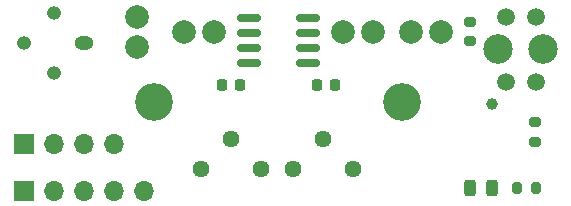
<source format=gts>
%TF.GenerationSoftware,KiCad,Pcbnew,6.0.2+dfsg-1*%
%TF.CreationDate,2022-08-15T18:10:52-04:00*%
%TF.ProjectId,titan_wheel,74697461-6e5f-4776-9865-656c2e6b6963,1*%
%TF.SameCoordinates,Original*%
%TF.FileFunction,Soldermask,Top*%
%TF.FilePolarity,Negative*%
%FSLAX46Y46*%
G04 Gerber Fmt 4.6, Leading zero omitted, Abs format (unit mm)*
G04 Created by KiCad (PCBNEW 6.0.2+dfsg-1) date 2022-08-15 18:10:52*
%MOMM*%
%LPD*%
G01*
G04 APERTURE LIST*
G04 Aperture macros list*
%AMRoundRect*
0 Rectangle with rounded corners*
0 $1 Rounding radius*
0 $2 $3 $4 $5 $6 $7 $8 $9 X,Y pos of 4 corners*
0 Add a 4 corners polygon primitive as box body*
4,1,4,$2,$3,$4,$5,$6,$7,$8,$9,$2,$3,0*
0 Add four circle primitives for the rounded corners*
1,1,$1+$1,$2,$3*
1,1,$1+$1,$4,$5*
1,1,$1+$1,$6,$7*
1,1,$1+$1,$8,$9*
0 Add four rect primitives between the rounded corners*
20,1,$1+$1,$2,$3,$4,$5,0*
20,1,$1+$1,$4,$5,$6,$7,0*
20,1,$1+$1,$6,$7,$8,$9,0*
20,1,$1+$1,$8,$9,$2,$3,0*%
G04 Aperture macros list end*
%ADD10RoundRect,0.200000X0.275000X-0.200000X0.275000X0.200000X-0.275000X0.200000X-0.275000X-0.200000X0*%
%ADD11C,2.000000*%
%ADD12RoundRect,0.150000X0.825000X0.150000X-0.825000X0.150000X-0.825000X-0.150000X0.825000X-0.150000X0*%
%ADD13RoundRect,0.200000X0.200000X0.275000X-0.200000X0.275000X-0.200000X-0.275000X0.200000X-0.275000X0*%
%ADD14C,1.440000*%
%ADD15R,1.700000X1.700000*%
%ADD16O,1.700000X1.700000*%
%ADD17C,3.200000*%
%ADD18RoundRect,0.225000X-0.225000X-0.250000X0.225000X-0.250000X0.225000X0.250000X-0.225000X0.250000X0*%
%ADD19RoundRect,0.225000X0.225000X0.250000X-0.225000X0.250000X-0.225000X-0.250000X0.225000X-0.250000X0*%
%ADD20RoundRect,0.243750X-0.243750X-0.456250X0.243750X-0.456250X0.243750X0.456250X-0.243750X0.456250X0*%
%ADD21C,2.500000*%
%ADD22C,1.000000*%
%ADD23C,1.500000*%
%ADD24O,1.600000X1.200000*%
%ADD25O,1.200000X1.200000*%
G04 APERTURE END LIST*
D10*
X160250000Y-43825000D03*
X160250000Y-42175000D03*
D11*
X157770000Y-43000000D03*
X155230000Y-43000000D03*
D12*
X146475000Y-45655000D03*
X146475000Y-44385000D03*
X146475000Y-43115000D03*
X146475000Y-41845000D03*
X141525000Y-41845000D03*
X141525000Y-43115000D03*
X141525000Y-44385000D03*
X141525000Y-45655000D03*
D13*
X165825000Y-56250000D03*
X164175000Y-56250000D03*
D14*
X150275000Y-54675000D03*
X147735000Y-52135000D03*
X145195000Y-54675000D03*
D15*
X122425000Y-56500000D03*
D16*
X124965000Y-56500000D03*
X127505000Y-56500000D03*
X130045000Y-56500000D03*
X132585000Y-56500000D03*
D17*
X154500000Y-49000000D03*
D11*
X132000000Y-41730000D03*
X132000000Y-44270000D03*
D18*
X147225000Y-47500000D03*
X148775000Y-47500000D03*
D14*
X142525000Y-54675000D03*
X139985000Y-52135000D03*
X137445000Y-54675000D03*
D11*
X135980000Y-43000000D03*
X138520000Y-43000000D03*
D17*
X133500000Y-49000000D03*
D10*
X165750000Y-52325000D03*
X165750000Y-50675000D03*
D19*
X140775000Y-47500000D03*
X139225000Y-47500000D03*
D20*
X160237500Y-56250000D03*
X162112500Y-56250000D03*
D11*
X152020000Y-43000000D03*
X149480000Y-43000000D03*
D15*
X122425000Y-52500000D03*
D16*
X124965000Y-52500000D03*
X127505000Y-52500000D03*
X130045000Y-52500000D03*
D21*
X166400000Y-44500000D03*
D22*
X162050000Y-49150000D03*
D21*
X162600000Y-44500000D03*
D23*
X165770000Y-41750000D03*
X163230000Y-41750000D03*
X165770000Y-47250000D03*
X163230000Y-47250000D03*
D24*
X127540000Y-44000000D03*
D25*
X125000000Y-46540000D03*
X122460000Y-44000000D03*
X125000000Y-41460000D03*
M02*

</source>
